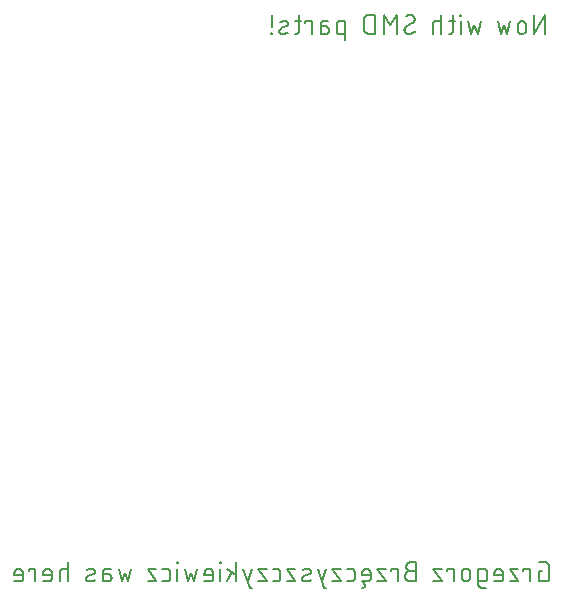
<source format=gbr>
G04 EAGLE Gerber RS-274X export*
G75*
%MOMM*%
%FSLAX34Y34*%
%LPD*%
%INSilkscreen Bottom*%
%IPPOS*%
%AMOC8*
5,1,8,0,0,1.08239X$1,22.5*%
G01*
%ADD10C,0.152400*%


D10*
X909856Y329833D02*
X907147Y329833D01*
X907147Y320802D01*
X912566Y320802D01*
X912684Y320804D01*
X912802Y320810D01*
X912920Y320819D01*
X913037Y320833D01*
X913154Y320850D01*
X913271Y320871D01*
X913386Y320896D01*
X913501Y320925D01*
X913615Y320958D01*
X913727Y320994D01*
X913838Y321034D01*
X913948Y321077D01*
X914057Y321124D01*
X914164Y321174D01*
X914269Y321229D01*
X914372Y321286D01*
X914473Y321347D01*
X914573Y321411D01*
X914670Y321478D01*
X914765Y321548D01*
X914857Y321622D01*
X914948Y321698D01*
X915035Y321778D01*
X915120Y321860D01*
X915202Y321945D01*
X915282Y322032D01*
X915358Y322123D01*
X915432Y322215D01*
X915502Y322310D01*
X915569Y322407D01*
X915633Y322507D01*
X915694Y322608D01*
X915751Y322711D01*
X915806Y322816D01*
X915856Y322923D01*
X915903Y323032D01*
X915946Y323142D01*
X915986Y323253D01*
X916022Y323365D01*
X916055Y323479D01*
X916084Y323594D01*
X916109Y323709D01*
X916130Y323826D01*
X916147Y323943D01*
X916161Y324060D01*
X916170Y324178D01*
X916176Y324296D01*
X916178Y324414D01*
X916178Y333446D01*
X916176Y333564D01*
X916170Y333682D01*
X916161Y333800D01*
X916147Y333917D01*
X916130Y334034D01*
X916109Y334151D01*
X916084Y334266D01*
X916055Y334381D01*
X916022Y334495D01*
X915986Y334607D01*
X915946Y334718D01*
X915903Y334828D01*
X915856Y334937D01*
X915806Y335044D01*
X915751Y335149D01*
X915694Y335252D01*
X915633Y335353D01*
X915569Y335453D01*
X915502Y335550D01*
X915432Y335645D01*
X915358Y335737D01*
X915282Y335828D01*
X915202Y335915D01*
X915120Y336000D01*
X915035Y336082D01*
X914948Y336162D01*
X914857Y336238D01*
X914765Y336312D01*
X914670Y336382D01*
X914573Y336449D01*
X914473Y336513D01*
X914372Y336574D01*
X914269Y336631D01*
X914164Y336686D01*
X914057Y336736D01*
X913948Y336783D01*
X913838Y336826D01*
X913727Y336866D01*
X913615Y336902D01*
X913501Y336935D01*
X913386Y336964D01*
X913271Y336989D01*
X913154Y337010D01*
X913037Y337027D01*
X912920Y337041D01*
X912802Y337050D01*
X912684Y337056D01*
X912566Y337058D01*
X907147Y337058D01*
X899559Y331639D02*
X899559Y320802D01*
X899559Y331639D02*
X894140Y331639D01*
X894140Y329833D01*
X889744Y331639D02*
X882519Y331639D01*
X889744Y320802D01*
X882519Y320802D01*
X874009Y320802D02*
X869493Y320802D01*
X874009Y320802D02*
X874110Y320804D01*
X874211Y320810D01*
X874312Y320819D01*
X874413Y320832D01*
X874513Y320849D01*
X874612Y320870D01*
X874710Y320894D01*
X874807Y320922D01*
X874904Y320954D01*
X874999Y320989D01*
X875092Y321028D01*
X875184Y321070D01*
X875275Y321116D01*
X875364Y321165D01*
X875450Y321217D01*
X875535Y321273D01*
X875618Y321331D01*
X875698Y321393D01*
X875776Y321458D01*
X875852Y321525D01*
X875925Y321595D01*
X875995Y321668D01*
X876062Y321744D01*
X876127Y321822D01*
X876189Y321902D01*
X876247Y321985D01*
X876303Y322070D01*
X876355Y322157D01*
X876404Y322245D01*
X876450Y322336D01*
X876492Y322428D01*
X876531Y322521D01*
X876566Y322616D01*
X876598Y322713D01*
X876626Y322810D01*
X876650Y322908D01*
X876671Y323007D01*
X876688Y323107D01*
X876701Y323208D01*
X876710Y323309D01*
X876716Y323410D01*
X876718Y323511D01*
X876718Y328027D01*
X876717Y328027D02*
X876715Y328146D01*
X876709Y328266D01*
X876699Y328385D01*
X876685Y328503D01*
X876668Y328622D01*
X876646Y328739D01*
X876621Y328856D01*
X876591Y328971D01*
X876558Y329086D01*
X876521Y329200D01*
X876481Y329312D01*
X876436Y329423D01*
X876388Y329532D01*
X876337Y329640D01*
X876282Y329746D01*
X876223Y329850D01*
X876161Y329952D01*
X876096Y330052D01*
X876027Y330150D01*
X875955Y330246D01*
X875880Y330339D01*
X875803Y330429D01*
X875722Y330517D01*
X875638Y330602D01*
X875551Y330684D01*
X875462Y330764D01*
X875370Y330840D01*
X875276Y330914D01*
X875179Y330984D01*
X875081Y331051D01*
X874980Y331115D01*
X874876Y331175D01*
X874771Y331232D01*
X874664Y331285D01*
X874556Y331335D01*
X874446Y331381D01*
X874334Y331423D01*
X874221Y331462D01*
X874107Y331497D01*
X873992Y331528D01*
X873875Y331556D01*
X873758Y331579D01*
X873641Y331599D01*
X873522Y331615D01*
X873403Y331627D01*
X873284Y331635D01*
X873165Y331639D01*
X873045Y331639D01*
X872926Y331635D01*
X872807Y331627D01*
X872688Y331615D01*
X872569Y331599D01*
X872452Y331579D01*
X872335Y331556D01*
X872218Y331528D01*
X872103Y331497D01*
X871989Y331462D01*
X871876Y331423D01*
X871764Y331381D01*
X871654Y331335D01*
X871546Y331285D01*
X871439Y331232D01*
X871334Y331175D01*
X871230Y331115D01*
X871129Y331051D01*
X871031Y330984D01*
X870934Y330914D01*
X870840Y330840D01*
X870748Y330764D01*
X870659Y330684D01*
X870572Y330602D01*
X870488Y330517D01*
X870407Y330429D01*
X870330Y330339D01*
X870255Y330246D01*
X870183Y330150D01*
X870114Y330052D01*
X870049Y329952D01*
X869987Y329850D01*
X869928Y329746D01*
X869873Y329640D01*
X869822Y329532D01*
X869774Y329423D01*
X869729Y329312D01*
X869689Y329200D01*
X869652Y329086D01*
X869619Y328971D01*
X869589Y328856D01*
X869564Y328739D01*
X869542Y328622D01*
X869525Y328503D01*
X869511Y328385D01*
X869501Y328266D01*
X869495Y328146D01*
X869493Y328027D01*
X869493Y326221D01*
X876718Y326221D01*
X860535Y320802D02*
X856019Y320802D01*
X860535Y320802D02*
X860636Y320804D01*
X860737Y320810D01*
X860838Y320819D01*
X860939Y320832D01*
X861039Y320849D01*
X861138Y320870D01*
X861236Y320894D01*
X861333Y320922D01*
X861430Y320954D01*
X861525Y320989D01*
X861618Y321028D01*
X861710Y321070D01*
X861801Y321116D01*
X861890Y321165D01*
X861976Y321217D01*
X862061Y321273D01*
X862144Y321331D01*
X862224Y321393D01*
X862302Y321458D01*
X862378Y321525D01*
X862451Y321595D01*
X862521Y321668D01*
X862588Y321744D01*
X862653Y321822D01*
X862715Y321902D01*
X862773Y321985D01*
X862829Y322070D01*
X862881Y322157D01*
X862930Y322245D01*
X862976Y322336D01*
X863018Y322428D01*
X863057Y322521D01*
X863092Y322616D01*
X863124Y322713D01*
X863152Y322810D01*
X863176Y322908D01*
X863197Y323007D01*
X863214Y323107D01*
X863227Y323208D01*
X863236Y323309D01*
X863242Y323410D01*
X863244Y323511D01*
X863244Y328930D01*
X863242Y329031D01*
X863236Y329132D01*
X863227Y329233D01*
X863214Y329334D01*
X863197Y329434D01*
X863176Y329533D01*
X863152Y329631D01*
X863124Y329728D01*
X863092Y329825D01*
X863057Y329920D01*
X863018Y330013D01*
X862976Y330105D01*
X862930Y330196D01*
X862881Y330285D01*
X862829Y330371D01*
X862773Y330456D01*
X862715Y330539D01*
X862653Y330619D01*
X862588Y330697D01*
X862521Y330773D01*
X862451Y330846D01*
X862378Y330916D01*
X862302Y330983D01*
X862224Y331048D01*
X862144Y331110D01*
X862061Y331168D01*
X861976Y331224D01*
X861890Y331276D01*
X861801Y331325D01*
X861710Y331371D01*
X861618Y331413D01*
X861525Y331452D01*
X861430Y331487D01*
X861333Y331519D01*
X861236Y331547D01*
X861138Y331571D01*
X861039Y331592D01*
X860939Y331609D01*
X860838Y331622D01*
X860737Y331631D01*
X860636Y331637D01*
X860535Y331639D01*
X856019Y331639D01*
X856019Y318093D01*
X856020Y318093D02*
X856022Y317992D01*
X856028Y317891D01*
X856037Y317790D01*
X856050Y317689D01*
X856067Y317589D01*
X856088Y317490D01*
X856112Y317392D01*
X856140Y317295D01*
X856172Y317198D01*
X856207Y317103D01*
X856246Y317010D01*
X856288Y316918D01*
X856334Y316827D01*
X856383Y316739D01*
X856435Y316652D01*
X856491Y316567D01*
X856549Y316484D01*
X856611Y316404D01*
X856676Y316326D01*
X856743Y316250D01*
X856813Y316177D01*
X856886Y316107D01*
X856962Y316040D01*
X857040Y315975D01*
X857120Y315913D01*
X857203Y315855D01*
X857288Y315799D01*
X857375Y315747D01*
X857463Y315698D01*
X857554Y315652D01*
X857646Y315610D01*
X857739Y315571D01*
X857834Y315536D01*
X857931Y315504D01*
X858028Y315476D01*
X858126Y315452D01*
X858225Y315431D01*
X858325Y315414D01*
X858426Y315401D01*
X858527Y315392D01*
X858628Y315386D01*
X858729Y315384D01*
X858729Y315383D02*
X862341Y315383D01*
X849103Y324414D02*
X849103Y328027D01*
X849102Y328027D02*
X849100Y328146D01*
X849094Y328266D01*
X849084Y328385D01*
X849070Y328503D01*
X849053Y328622D01*
X849031Y328739D01*
X849006Y328856D01*
X848976Y328971D01*
X848943Y329086D01*
X848906Y329200D01*
X848866Y329312D01*
X848821Y329423D01*
X848773Y329532D01*
X848722Y329640D01*
X848667Y329746D01*
X848608Y329850D01*
X848546Y329952D01*
X848481Y330052D01*
X848412Y330150D01*
X848340Y330246D01*
X848265Y330339D01*
X848188Y330429D01*
X848107Y330517D01*
X848023Y330602D01*
X847936Y330684D01*
X847847Y330764D01*
X847755Y330840D01*
X847661Y330914D01*
X847564Y330984D01*
X847466Y331051D01*
X847365Y331115D01*
X847261Y331175D01*
X847156Y331232D01*
X847049Y331285D01*
X846941Y331335D01*
X846831Y331381D01*
X846719Y331423D01*
X846606Y331462D01*
X846492Y331497D01*
X846377Y331528D01*
X846260Y331556D01*
X846143Y331579D01*
X846026Y331599D01*
X845907Y331615D01*
X845788Y331627D01*
X845669Y331635D01*
X845550Y331639D01*
X845430Y331639D01*
X845311Y331635D01*
X845192Y331627D01*
X845073Y331615D01*
X844954Y331599D01*
X844837Y331579D01*
X844720Y331556D01*
X844603Y331528D01*
X844488Y331497D01*
X844374Y331462D01*
X844261Y331423D01*
X844149Y331381D01*
X844039Y331335D01*
X843931Y331285D01*
X843824Y331232D01*
X843719Y331175D01*
X843615Y331115D01*
X843514Y331051D01*
X843416Y330984D01*
X843319Y330914D01*
X843225Y330840D01*
X843133Y330764D01*
X843044Y330684D01*
X842957Y330602D01*
X842873Y330517D01*
X842792Y330429D01*
X842715Y330339D01*
X842640Y330246D01*
X842568Y330150D01*
X842499Y330052D01*
X842434Y329952D01*
X842372Y329850D01*
X842313Y329746D01*
X842258Y329640D01*
X842207Y329532D01*
X842159Y329423D01*
X842114Y329312D01*
X842074Y329200D01*
X842037Y329086D01*
X842004Y328971D01*
X841974Y328856D01*
X841949Y328739D01*
X841927Y328622D01*
X841910Y328503D01*
X841896Y328385D01*
X841886Y328266D01*
X841880Y328146D01*
X841878Y328027D01*
X841878Y324414D01*
X841880Y324295D01*
X841886Y324175D01*
X841896Y324056D01*
X841910Y323938D01*
X841927Y323819D01*
X841949Y323702D01*
X841974Y323585D01*
X842004Y323470D01*
X842037Y323355D01*
X842074Y323241D01*
X842114Y323129D01*
X842159Y323018D01*
X842207Y322909D01*
X842258Y322801D01*
X842313Y322695D01*
X842372Y322591D01*
X842434Y322489D01*
X842499Y322389D01*
X842568Y322291D01*
X842640Y322195D01*
X842715Y322102D01*
X842792Y322012D01*
X842873Y321924D01*
X842957Y321839D01*
X843044Y321757D01*
X843133Y321677D01*
X843225Y321601D01*
X843319Y321527D01*
X843416Y321457D01*
X843514Y321390D01*
X843615Y321326D01*
X843719Y321266D01*
X843824Y321209D01*
X843931Y321156D01*
X844039Y321106D01*
X844149Y321060D01*
X844261Y321018D01*
X844374Y320979D01*
X844488Y320944D01*
X844603Y320913D01*
X844720Y320885D01*
X844837Y320862D01*
X844954Y320842D01*
X845073Y320826D01*
X845192Y320814D01*
X845311Y320806D01*
X845430Y320802D01*
X845550Y320802D01*
X845669Y320806D01*
X845788Y320814D01*
X845907Y320826D01*
X846026Y320842D01*
X846143Y320862D01*
X846260Y320885D01*
X846377Y320913D01*
X846492Y320944D01*
X846606Y320979D01*
X846719Y321018D01*
X846831Y321060D01*
X846941Y321106D01*
X847049Y321156D01*
X847156Y321209D01*
X847261Y321266D01*
X847365Y321326D01*
X847466Y321390D01*
X847564Y321457D01*
X847661Y321527D01*
X847755Y321601D01*
X847847Y321677D01*
X847936Y321757D01*
X848023Y321839D01*
X848107Y321924D01*
X848188Y322012D01*
X848265Y322102D01*
X848340Y322195D01*
X848412Y322291D01*
X848481Y322389D01*
X848546Y322489D01*
X848608Y322591D01*
X848667Y322695D01*
X848722Y322801D01*
X848773Y322909D01*
X848821Y323018D01*
X848866Y323129D01*
X848906Y323241D01*
X848943Y323355D01*
X848976Y323470D01*
X849006Y323585D01*
X849031Y323702D01*
X849053Y323819D01*
X849070Y323938D01*
X849084Y324056D01*
X849094Y324175D01*
X849100Y324295D01*
X849102Y324414D01*
X834950Y320802D02*
X834950Y331639D01*
X829531Y331639D01*
X829531Y329833D01*
X825135Y331639D02*
X817910Y331639D01*
X825135Y320802D01*
X817910Y320802D01*
X802901Y329833D02*
X798386Y329833D01*
X798386Y329834D02*
X798253Y329832D01*
X798121Y329826D01*
X797989Y329816D01*
X797857Y329803D01*
X797725Y329785D01*
X797595Y329764D01*
X797464Y329739D01*
X797335Y329710D01*
X797207Y329677D01*
X797079Y329641D01*
X796953Y329601D01*
X796828Y329557D01*
X796704Y329509D01*
X796582Y329458D01*
X796461Y329403D01*
X796342Y329345D01*
X796224Y329283D01*
X796109Y329218D01*
X795995Y329149D01*
X795884Y329078D01*
X795775Y329002D01*
X795668Y328924D01*
X795563Y328843D01*
X795461Y328758D01*
X795361Y328671D01*
X795264Y328581D01*
X795169Y328488D01*
X795078Y328392D01*
X794989Y328294D01*
X794903Y328193D01*
X794820Y328089D01*
X794740Y327983D01*
X794664Y327875D01*
X794590Y327765D01*
X794520Y327652D01*
X794453Y327538D01*
X794390Y327421D01*
X794330Y327303D01*
X794273Y327183D01*
X794220Y327061D01*
X794171Y326938D01*
X794125Y326814D01*
X794083Y326688D01*
X794045Y326561D01*
X794010Y326433D01*
X793979Y326304D01*
X793952Y326175D01*
X793929Y326044D01*
X793909Y325913D01*
X793894Y325781D01*
X793882Y325649D01*
X793874Y325517D01*
X793870Y325384D01*
X793870Y325252D01*
X793874Y325119D01*
X793882Y324987D01*
X793894Y324855D01*
X793909Y324723D01*
X793929Y324592D01*
X793952Y324461D01*
X793979Y324332D01*
X794010Y324203D01*
X794045Y324075D01*
X794083Y323948D01*
X794125Y323822D01*
X794171Y323698D01*
X794220Y323575D01*
X794273Y323453D01*
X794330Y323333D01*
X794390Y323215D01*
X794453Y323098D01*
X794520Y322984D01*
X794590Y322871D01*
X794664Y322761D01*
X794740Y322653D01*
X794820Y322547D01*
X794903Y322443D01*
X794989Y322342D01*
X795078Y322244D01*
X795169Y322148D01*
X795264Y322055D01*
X795361Y321965D01*
X795461Y321878D01*
X795563Y321793D01*
X795668Y321712D01*
X795775Y321634D01*
X795884Y321558D01*
X795995Y321487D01*
X796109Y321418D01*
X796224Y321353D01*
X796342Y321291D01*
X796461Y321233D01*
X796582Y321178D01*
X796704Y321127D01*
X796828Y321079D01*
X796953Y321035D01*
X797079Y320995D01*
X797207Y320959D01*
X797335Y320926D01*
X797464Y320897D01*
X797595Y320872D01*
X797725Y320851D01*
X797857Y320833D01*
X797989Y320820D01*
X798121Y320810D01*
X798253Y320804D01*
X798386Y320802D01*
X802901Y320802D01*
X802901Y337058D01*
X798386Y337058D01*
X798267Y337056D01*
X798147Y337050D01*
X798028Y337040D01*
X797910Y337026D01*
X797791Y337009D01*
X797674Y336987D01*
X797557Y336962D01*
X797442Y336932D01*
X797327Y336899D01*
X797213Y336862D01*
X797101Y336822D01*
X796990Y336777D01*
X796881Y336729D01*
X796773Y336678D01*
X796667Y336623D01*
X796563Y336564D01*
X796461Y336502D01*
X796361Y336437D01*
X796263Y336368D01*
X796167Y336296D01*
X796074Y336221D01*
X795984Y336144D01*
X795896Y336063D01*
X795811Y335979D01*
X795729Y335892D01*
X795649Y335803D01*
X795573Y335711D01*
X795499Y335617D01*
X795429Y335520D01*
X795362Y335422D01*
X795298Y335321D01*
X795238Y335217D01*
X795181Y335112D01*
X795128Y335005D01*
X795078Y334897D01*
X795032Y334787D01*
X794990Y334675D01*
X794951Y334562D01*
X794916Y334448D01*
X794885Y334333D01*
X794857Y334216D01*
X794834Y334099D01*
X794814Y333982D01*
X794798Y333863D01*
X794786Y333744D01*
X794778Y333625D01*
X794774Y333506D01*
X794774Y333386D01*
X794778Y333267D01*
X794786Y333148D01*
X794798Y333029D01*
X794814Y332910D01*
X794834Y332793D01*
X794857Y332676D01*
X794885Y332559D01*
X794916Y332444D01*
X794951Y332330D01*
X794990Y332217D01*
X795032Y332105D01*
X795078Y331995D01*
X795128Y331887D01*
X795181Y331780D01*
X795238Y331675D01*
X795298Y331571D01*
X795362Y331470D01*
X795429Y331372D01*
X795499Y331275D01*
X795573Y331181D01*
X795649Y331089D01*
X795729Y331000D01*
X795811Y330913D01*
X795896Y330829D01*
X795984Y330748D01*
X796074Y330671D01*
X796167Y330596D01*
X796263Y330524D01*
X796361Y330455D01*
X796461Y330390D01*
X796563Y330328D01*
X796667Y330269D01*
X796773Y330214D01*
X796881Y330163D01*
X796990Y330115D01*
X797101Y330070D01*
X797213Y330030D01*
X797327Y329993D01*
X797442Y329960D01*
X797557Y329930D01*
X797674Y329905D01*
X797791Y329883D01*
X797910Y329866D01*
X798028Y329852D01*
X798147Y329842D01*
X798267Y329836D01*
X798386Y329834D01*
X787535Y331639D02*
X787535Y320802D01*
X787535Y331639D02*
X782116Y331639D01*
X782116Y329833D01*
X777720Y331639D02*
X770495Y331639D01*
X777720Y320802D01*
X770495Y320802D01*
X757921Y315383D02*
X757469Y315383D01*
X757921Y315384D02*
X758010Y315386D01*
X758099Y315392D01*
X758188Y315401D01*
X758276Y315415D01*
X758363Y315432D01*
X758450Y315453D01*
X758536Y315478D01*
X758620Y315506D01*
X758703Y315538D01*
X758785Y315574D01*
X758865Y315613D01*
X758944Y315656D01*
X759020Y315702D01*
X759094Y315751D01*
X759167Y315803D01*
X759236Y315859D01*
X759304Y315917D01*
X759369Y315978D01*
X759431Y316042D01*
X759490Y316109D01*
X759546Y316178D01*
X759599Y316250D01*
X759650Y316323D01*
X759696Y316399D01*
X759740Y316477D01*
X759780Y316557D01*
X759817Y316638D01*
X759850Y316721D01*
X759879Y316805D01*
X759905Y316890D01*
X759927Y316977D01*
X759946Y317064D01*
X759960Y317152D01*
X759971Y317240D01*
X759978Y317329D01*
X759981Y317418D01*
X759980Y317507D01*
X759975Y317597D01*
X759967Y317685D01*
X759954Y317774D01*
X759938Y317861D01*
X759918Y317948D01*
X759895Y318034D01*
X759867Y318119D01*
X759836Y318203D01*
X759802Y318285D01*
X759763Y318365D01*
X759722Y318444D01*
X759677Y318521D01*
X759629Y318596D01*
X759577Y318669D01*
X759523Y318739D01*
X759465Y318808D01*
X759405Y318873D01*
X759341Y318936D01*
X759276Y318996D01*
X757469Y320802D01*
X761985Y320802D01*
X762086Y320804D01*
X762187Y320810D01*
X762288Y320819D01*
X762389Y320832D01*
X762489Y320849D01*
X762588Y320870D01*
X762686Y320894D01*
X762783Y320922D01*
X762880Y320954D01*
X762975Y320989D01*
X763068Y321028D01*
X763160Y321070D01*
X763251Y321116D01*
X763340Y321165D01*
X763426Y321217D01*
X763511Y321273D01*
X763594Y321331D01*
X763674Y321393D01*
X763752Y321458D01*
X763828Y321525D01*
X763901Y321595D01*
X763971Y321668D01*
X764038Y321744D01*
X764103Y321822D01*
X764165Y321902D01*
X764223Y321985D01*
X764279Y322070D01*
X764331Y322157D01*
X764380Y322245D01*
X764426Y322336D01*
X764468Y322428D01*
X764507Y322521D01*
X764542Y322616D01*
X764574Y322713D01*
X764602Y322810D01*
X764626Y322908D01*
X764647Y323007D01*
X764664Y323107D01*
X764677Y323208D01*
X764686Y323309D01*
X764692Y323410D01*
X764694Y323511D01*
X764694Y328027D01*
X764692Y328146D01*
X764686Y328266D01*
X764676Y328385D01*
X764662Y328503D01*
X764645Y328622D01*
X764623Y328739D01*
X764598Y328856D01*
X764568Y328971D01*
X764535Y329086D01*
X764498Y329200D01*
X764458Y329312D01*
X764413Y329423D01*
X764365Y329532D01*
X764314Y329640D01*
X764259Y329746D01*
X764200Y329850D01*
X764138Y329952D01*
X764073Y330052D01*
X764004Y330150D01*
X763932Y330246D01*
X763857Y330339D01*
X763780Y330429D01*
X763699Y330517D01*
X763615Y330602D01*
X763528Y330684D01*
X763439Y330764D01*
X763347Y330840D01*
X763253Y330914D01*
X763156Y330984D01*
X763058Y331051D01*
X762957Y331115D01*
X762853Y331175D01*
X762748Y331232D01*
X762641Y331285D01*
X762533Y331335D01*
X762423Y331381D01*
X762311Y331423D01*
X762198Y331462D01*
X762084Y331497D01*
X761969Y331528D01*
X761852Y331556D01*
X761735Y331579D01*
X761618Y331599D01*
X761499Y331615D01*
X761380Y331627D01*
X761261Y331635D01*
X761142Y331639D01*
X761022Y331639D01*
X760903Y331635D01*
X760784Y331627D01*
X760665Y331615D01*
X760546Y331599D01*
X760429Y331579D01*
X760312Y331556D01*
X760195Y331528D01*
X760080Y331497D01*
X759966Y331462D01*
X759853Y331423D01*
X759741Y331381D01*
X759631Y331335D01*
X759523Y331285D01*
X759416Y331232D01*
X759311Y331175D01*
X759207Y331115D01*
X759106Y331051D01*
X759008Y330984D01*
X758911Y330914D01*
X758817Y330840D01*
X758725Y330764D01*
X758636Y330684D01*
X758549Y330602D01*
X758465Y330517D01*
X758384Y330429D01*
X758307Y330339D01*
X758232Y330246D01*
X758160Y330150D01*
X758091Y330052D01*
X758026Y329952D01*
X757964Y329850D01*
X757905Y329746D01*
X757850Y329640D01*
X757799Y329532D01*
X757751Y329423D01*
X757706Y329312D01*
X757666Y329200D01*
X757629Y329086D01*
X757596Y328971D01*
X757566Y328856D01*
X757541Y328739D01*
X757519Y328622D01*
X757502Y328503D01*
X757488Y328385D01*
X757478Y328266D01*
X757472Y328146D01*
X757470Y328027D01*
X757469Y328027D02*
X757469Y326221D01*
X764694Y326221D01*
X748420Y320802D02*
X744808Y320802D01*
X748420Y320802D02*
X748521Y320804D01*
X748622Y320810D01*
X748723Y320819D01*
X748824Y320832D01*
X748924Y320849D01*
X749023Y320870D01*
X749121Y320894D01*
X749218Y320922D01*
X749315Y320954D01*
X749410Y320989D01*
X749503Y321028D01*
X749595Y321070D01*
X749686Y321116D01*
X749775Y321165D01*
X749861Y321217D01*
X749946Y321273D01*
X750029Y321331D01*
X750109Y321393D01*
X750187Y321458D01*
X750263Y321525D01*
X750336Y321595D01*
X750406Y321668D01*
X750473Y321744D01*
X750538Y321822D01*
X750600Y321902D01*
X750658Y321985D01*
X750714Y322070D01*
X750766Y322157D01*
X750815Y322245D01*
X750861Y322336D01*
X750903Y322428D01*
X750942Y322521D01*
X750977Y322616D01*
X751009Y322713D01*
X751037Y322810D01*
X751061Y322908D01*
X751082Y323007D01*
X751099Y323107D01*
X751112Y323208D01*
X751121Y323309D01*
X751127Y323410D01*
X751129Y323511D01*
X751130Y323511D02*
X751130Y328930D01*
X751129Y328930D02*
X751127Y329031D01*
X751121Y329132D01*
X751112Y329233D01*
X751099Y329334D01*
X751082Y329434D01*
X751061Y329533D01*
X751037Y329631D01*
X751009Y329728D01*
X750977Y329825D01*
X750942Y329920D01*
X750903Y330013D01*
X750861Y330105D01*
X750815Y330196D01*
X750766Y330285D01*
X750714Y330371D01*
X750658Y330456D01*
X750600Y330539D01*
X750538Y330619D01*
X750473Y330697D01*
X750406Y330773D01*
X750336Y330846D01*
X750263Y330916D01*
X750187Y330983D01*
X750109Y331048D01*
X750029Y331110D01*
X749946Y331168D01*
X749861Y331224D01*
X749775Y331276D01*
X749686Y331325D01*
X749595Y331371D01*
X749503Y331413D01*
X749410Y331452D01*
X749315Y331487D01*
X749218Y331519D01*
X749121Y331547D01*
X749023Y331571D01*
X748924Y331592D01*
X748824Y331609D01*
X748723Y331622D01*
X748622Y331631D01*
X748521Y331637D01*
X748420Y331639D01*
X744808Y331639D01*
X739684Y331639D02*
X732459Y331639D01*
X739684Y320802D01*
X732459Y320802D01*
X727179Y315383D02*
X725373Y315383D01*
X719954Y331639D01*
X727179Y331639D02*
X723567Y320802D01*
X712799Y327124D02*
X708283Y325318D01*
X712799Y327124D02*
X712887Y327161D01*
X712973Y327202D01*
X713058Y327246D01*
X713141Y327294D01*
X713221Y327345D01*
X713300Y327399D01*
X713376Y327457D01*
X713450Y327517D01*
X713522Y327581D01*
X713590Y327647D01*
X713656Y327717D01*
X713719Y327788D01*
X713780Y327863D01*
X713837Y327939D01*
X713890Y328018D01*
X713941Y328099D01*
X713988Y328182D01*
X714032Y328267D01*
X714072Y328354D01*
X714109Y328442D01*
X714142Y328532D01*
X714172Y328623D01*
X714197Y328715D01*
X714219Y328808D01*
X714237Y328902D01*
X714252Y328996D01*
X714262Y329091D01*
X714268Y329187D01*
X714271Y329282D01*
X714270Y329378D01*
X714264Y329473D01*
X714255Y329569D01*
X714242Y329663D01*
X714226Y329757D01*
X714205Y329851D01*
X714180Y329943D01*
X714152Y330034D01*
X714120Y330124D01*
X714085Y330213D01*
X714046Y330300D01*
X714003Y330386D01*
X713957Y330470D01*
X713907Y330551D01*
X713855Y330631D01*
X713799Y330709D01*
X713739Y330784D01*
X713677Y330856D01*
X713612Y330926D01*
X713544Y330994D01*
X713474Y331058D01*
X713401Y331120D01*
X713325Y331178D01*
X713247Y331234D01*
X713167Y331286D01*
X713085Y331335D01*
X713001Y331380D01*
X712915Y331422D01*
X712828Y331461D01*
X712739Y331496D01*
X712648Y331527D01*
X712557Y331554D01*
X712464Y331578D01*
X712371Y331598D01*
X712277Y331614D01*
X712182Y331626D01*
X712087Y331635D01*
X711991Y331639D01*
X711896Y331640D01*
X711649Y331633D01*
X711403Y331621D01*
X711157Y331603D01*
X710911Y331578D01*
X710667Y331548D01*
X710423Y331512D01*
X710180Y331471D01*
X709938Y331423D01*
X709697Y331369D01*
X709458Y331310D01*
X709220Y331245D01*
X708984Y331174D01*
X708749Y331098D01*
X708516Y331016D01*
X708286Y330928D01*
X708058Y330835D01*
X707831Y330737D01*
X708283Y325317D02*
X708195Y325280D01*
X708109Y325239D01*
X708024Y325195D01*
X707941Y325147D01*
X707861Y325096D01*
X707782Y325042D01*
X707706Y324984D01*
X707632Y324924D01*
X707560Y324860D01*
X707492Y324794D01*
X707426Y324724D01*
X707363Y324653D01*
X707302Y324578D01*
X707245Y324502D01*
X707192Y324423D01*
X707141Y324342D01*
X707094Y324259D01*
X707050Y324174D01*
X707010Y324087D01*
X706973Y323999D01*
X706940Y323909D01*
X706910Y323818D01*
X706885Y323726D01*
X706863Y323633D01*
X706845Y323539D01*
X706830Y323445D01*
X706820Y323350D01*
X706814Y323254D01*
X706811Y323159D01*
X706812Y323063D01*
X706818Y322968D01*
X706827Y322872D01*
X706840Y322778D01*
X706856Y322684D01*
X706877Y322590D01*
X706902Y322498D01*
X706930Y322407D01*
X706962Y322317D01*
X706997Y322228D01*
X707036Y322141D01*
X707079Y322055D01*
X707125Y321971D01*
X707175Y321890D01*
X707227Y321810D01*
X707283Y321732D01*
X707343Y321657D01*
X707405Y321585D01*
X707470Y321515D01*
X707538Y321447D01*
X707608Y321383D01*
X707681Y321321D01*
X707757Y321263D01*
X707835Y321207D01*
X707915Y321155D01*
X707997Y321106D01*
X708081Y321061D01*
X708167Y321019D01*
X708254Y320980D01*
X708343Y320945D01*
X708434Y320914D01*
X708525Y320887D01*
X708618Y320863D01*
X708711Y320843D01*
X708805Y320827D01*
X708900Y320815D01*
X708995Y320806D01*
X709091Y320802D01*
X709186Y320801D01*
X709187Y320802D02*
X709549Y320811D01*
X709911Y320829D01*
X710272Y320856D01*
X710632Y320891D01*
X710992Y320934D01*
X711351Y320986D01*
X711708Y321047D01*
X712063Y321116D01*
X712417Y321193D01*
X712769Y321279D01*
X713119Y321373D01*
X713467Y321476D01*
X713812Y321586D01*
X714154Y321705D01*
X701127Y331639D02*
X693902Y331639D01*
X701127Y320802D01*
X693902Y320802D01*
X685374Y320802D02*
X681762Y320802D01*
X685374Y320802D02*
X685475Y320804D01*
X685576Y320810D01*
X685677Y320819D01*
X685778Y320832D01*
X685878Y320849D01*
X685977Y320870D01*
X686075Y320894D01*
X686172Y320922D01*
X686269Y320954D01*
X686364Y320989D01*
X686457Y321028D01*
X686549Y321070D01*
X686640Y321116D01*
X686729Y321165D01*
X686815Y321217D01*
X686900Y321273D01*
X686983Y321331D01*
X687063Y321393D01*
X687141Y321458D01*
X687217Y321525D01*
X687290Y321595D01*
X687360Y321668D01*
X687427Y321744D01*
X687492Y321822D01*
X687554Y321902D01*
X687612Y321985D01*
X687668Y322070D01*
X687720Y322157D01*
X687769Y322245D01*
X687815Y322336D01*
X687857Y322428D01*
X687896Y322521D01*
X687931Y322616D01*
X687963Y322713D01*
X687991Y322810D01*
X688015Y322908D01*
X688036Y323007D01*
X688053Y323107D01*
X688066Y323208D01*
X688075Y323309D01*
X688081Y323410D01*
X688083Y323511D01*
X688084Y323511D02*
X688084Y328930D01*
X688083Y328930D02*
X688081Y329031D01*
X688075Y329132D01*
X688066Y329233D01*
X688053Y329334D01*
X688036Y329434D01*
X688015Y329533D01*
X687991Y329631D01*
X687963Y329728D01*
X687931Y329825D01*
X687896Y329920D01*
X687857Y330013D01*
X687815Y330105D01*
X687769Y330196D01*
X687720Y330285D01*
X687668Y330371D01*
X687612Y330456D01*
X687554Y330539D01*
X687492Y330619D01*
X687427Y330697D01*
X687360Y330773D01*
X687290Y330846D01*
X687217Y330916D01*
X687141Y330983D01*
X687063Y331048D01*
X686983Y331110D01*
X686900Y331168D01*
X686815Y331224D01*
X686729Y331276D01*
X686640Y331325D01*
X686549Y331371D01*
X686457Y331413D01*
X686364Y331452D01*
X686269Y331487D01*
X686172Y331519D01*
X686075Y331547D01*
X685977Y331571D01*
X685878Y331592D01*
X685778Y331609D01*
X685677Y331622D01*
X685576Y331631D01*
X685475Y331637D01*
X685374Y331639D01*
X681762Y331639D01*
X676638Y331639D02*
X669414Y331639D01*
X676638Y320802D01*
X669414Y320802D01*
X664134Y315383D02*
X662327Y315383D01*
X656909Y331639D01*
X664134Y331639D02*
X660521Y320802D01*
X650418Y320802D02*
X650418Y337058D01*
X643193Y331639D02*
X650418Y326221D01*
X647257Y328478D02*
X643193Y320802D01*
X637595Y320802D02*
X637595Y331639D01*
X638047Y336155D02*
X638047Y337058D01*
X637144Y337058D01*
X637144Y336155D01*
X638047Y336155D01*
X628599Y320802D02*
X624083Y320802D01*
X628599Y320802D02*
X628700Y320804D01*
X628801Y320810D01*
X628902Y320819D01*
X629003Y320832D01*
X629103Y320849D01*
X629202Y320870D01*
X629300Y320894D01*
X629397Y320922D01*
X629494Y320954D01*
X629589Y320989D01*
X629682Y321028D01*
X629774Y321070D01*
X629865Y321116D01*
X629954Y321165D01*
X630040Y321217D01*
X630125Y321273D01*
X630208Y321331D01*
X630288Y321393D01*
X630366Y321458D01*
X630442Y321525D01*
X630515Y321595D01*
X630585Y321668D01*
X630652Y321744D01*
X630717Y321822D01*
X630779Y321902D01*
X630837Y321985D01*
X630893Y322070D01*
X630945Y322157D01*
X630994Y322245D01*
X631040Y322336D01*
X631082Y322428D01*
X631121Y322521D01*
X631156Y322616D01*
X631188Y322713D01*
X631216Y322810D01*
X631240Y322908D01*
X631261Y323007D01*
X631278Y323107D01*
X631291Y323208D01*
X631300Y323309D01*
X631306Y323410D01*
X631308Y323511D01*
X631308Y328027D01*
X631306Y328146D01*
X631300Y328266D01*
X631290Y328385D01*
X631276Y328503D01*
X631259Y328622D01*
X631237Y328739D01*
X631212Y328856D01*
X631182Y328971D01*
X631149Y329086D01*
X631112Y329200D01*
X631072Y329312D01*
X631027Y329423D01*
X630979Y329532D01*
X630928Y329640D01*
X630873Y329746D01*
X630814Y329850D01*
X630752Y329952D01*
X630687Y330052D01*
X630618Y330150D01*
X630546Y330246D01*
X630471Y330339D01*
X630394Y330429D01*
X630313Y330517D01*
X630229Y330602D01*
X630142Y330684D01*
X630053Y330764D01*
X629961Y330840D01*
X629867Y330914D01*
X629770Y330984D01*
X629672Y331051D01*
X629571Y331115D01*
X629467Y331175D01*
X629362Y331232D01*
X629255Y331285D01*
X629147Y331335D01*
X629037Y331381D01*
X628925Y331423D01*
X628812Y331462D01*
X628698Y331497D01*
X628583Y331528D01*
X628466Y331556D01*
X628349Y331579D01*
X628232Y331599D01*
X628113Y331615D01*
X627994Y331627D01*
X627875Y331635D01*
X627756Y331639D01*
X627636Y331639D01*
X627517Y331635D01*
X627398Y331627D01*
X627279Y331615D01*
X627160Y331599D01*
X627043Y331579D01*
X626926Y331556D01*
X626809Y331528D01*
X626694Y331497D01*
X626580Y331462D01*
X626467Y331423D01*
X626355Y331381D01*
X626245Y331335D01*
X626137Y331285D01*
X626030Y331232D01*
X625925Y331175D01*
X625821Y331115D01*
X625720Y331051D01*
X625622Y330984D01*
X625525Y330914D01*
X625431Y330840D01*
X625339Y330764D01*
X625250Y330684D01*
X625163Y330602D01*
X625079Y330517D01*
X624998Y330429D01*
X624921Y330339D01*
X624846Y330246D01*
X624774Y330150D01*
X624705Y330052D01*
X624640Y329952D01*
X624578Y329850D01*
X624519Y329746D01*
X624464Y329640D01*
X624413Y329532D01*
X624365Y329423D01*
X624320Y329312D01*
X624280Y329200D01*
X624243Y329086D01*
X624210Y328971D01*
X624180Y328856D01*
X624155Y328739D01*
X624133Y328622D01*
X624116Y328503D01*
X624102Y328385D01*
X624092Y328266D01*
X624086Y328146D01*
X624084Y328027D01*
X624083Y328027D02*
X624083Y326221D01*
X631308Y326221D01*
X618004Y331639D02*
X615295Y320802D01*
X612585Y328027D01*
X609876Y320802D01*
X607167Y331639D01*
X601122Y331639D02*
X601122Y320802D01*
X601574Y336155D02*
X601574Y337058D01*
X600671Y337058D01*
X600671Y336155D01*
X601574Y336155D01*
X592108Y320802D02*
X588496Y320802D01*
X592108Y320802D02*
X592209Y320804D01*
X592310Y320810D01*
X592411Y320819D01*
X592512Y320832D01*
X592612Y320849D01*
X592711Y320870D01*
X592809Y320894D01*
X592906Y320922D01*
X593003Y320954D01*
X593098Y320989D01*
X593191Y321028D01*
X593283Y321070D01*
X593374Y321116D01*
X593463Y321165D01*
X593549Y321217D01*
X593634Y321273D01*
X593717Y321331D01*
X593797Y321393D01*
X593875Y321458D01*
X593951Y321525D01*
X594024Y321595D01*
X594094Y321668D01*
X594161Y321744D01*
X594226Y321822D01*
X594288Y321902D01*
X594346Y321985D01*
X594402Y322070D01*
X594454Y322157D01*
X594503Y322245D01*
X594549Y322336D01*
X594591Y322428D01*
X594630Y322521D01*
X594665Y322616D01*
X594697Y322713D01*
X594725Y322810D01*
X594749Y322908D01*
X594770Y323007D01*
X594787Y323107D01*
X594800Y323208D01*
X594809Y323309D01*
X594815Y323410D01*
X594817Y323511D01*
X594818Y323511D02*
X594818Y328930D01*
X594817Y328930D02*
X594815Y329031D01*
X594809Y329132D01*
X594800Y329233D01*
X594787Y329334D01*
X594770Y329434D01*
X594749Y329533D01*
X594725Y329631D01*
X594697Y329728D01*
X594665Y329825D01*
X594630Y329920D01*
X594591Y330013D01*
X594549Y330105D01*
X594503Y330196D01*
X594454Y330285D01*
X594402Y330371D01*
X594346Y330456D01*
X594288Y330539D01*
X594226Y330619D01*
X594161Y330697D01*
X594094Y330773D01*
X594024Y330846D01*
X593951Y330916D01*
X593875Y330983D01*
X593797Y331048D01*
X593717Y331110D01*
X593634Y331168D01*
X593549Y331224D01*
X593463Y331276D01*
X593374Y331325D01*
X593283Y331371D01*
X593191Y331413D01*
X593098Y331452D01*
X593003Y331487D01*
X592906Y331519D01*
X592809Y331547D01*
X592711Y331571D01*
X592612Y331592D01*
X592512Y331609D01*
X592411Y331622D01*
X592310Y331631D01*
X592209Y331637D01*
X592108Y331639D01*
X588496Y331639D01*
X583372Y331639D02*
X576147Y331639D01*
X583372Y320802D01*
X576147Y320802D01*
X559543Y320802D02*
X562253Y331639D01*
X556834Y328027D02*
X559543Y320802D01*
X554125Y320802D02*
X556834Y328027D01*
X551415Y331639D02*
X554125Y320802D01*
X542249Y327124D02*
X538185Y327124D01*
X542249Y327124D02*
X542361Y327122D01*
X542472Y327116D01*
X542583Y327106D01*
X542694Y327093D01*
X542804Y327075D01*
X542913Y327053D01*
X543022Y327028D01*
X543130Y326999D01*
X543236Y326966D01*
X543342Y326929D01*
X543446Y326889D01*
X543548Y326845D01*
X543649Y326797D01*
X543748Y326746D01*
X543846Y326691D01*
X543941Y326633D01*
X544034Y326572D01*
X544125Y326507D01*
X544214Y326439D01*
X544300Y326368D01*
X544383Y326295D01*
X544464Y326218D01*
X544543Y326138D01*
X544618Y326056D01*
X544690Y325971D01*
X544760Y325884D01*
X544826Y325794D01*
X544889Y325702D01*
X544949Y325607D01*
X545005Y325511D01*
X545058Y325413D01*
X545107Y325313D01*
X545153Y325211D01*
X545195Y325108D01*
X545234Y325003D01*
X545269Y324897D01*
X545300Y324790D01*
X545327Y324682D01*
X545351Y324573D01*
X545370Y324463D01*
X545386Y324353D01*
X545398Y324242D01*
X545406Y324130D01*
X545410Y324019D01*
X545410Y323907D01*
X545406Y323796D01*
X545398Y323684D01*
X545386Y323573D01*
X545370Y323463D01*
X545351Y323353D01*
X545327Y323244D01*
X545300Y323136D01*
X545269Y323029D01*
X545234Y322923D01*
X545195Y322818D01*
X545153Y322715D01*
X545107Y322613D01*
X545058Y322513D01*
X545005Y322415D01*
X544949Y322319D01*
X544889Y322224D01*
X544826Y322132D01*
X544760Y322042D01*
X544690Y321955D01*
X544618Y321870D01*
X544543Y321788D01*
X544464Y321708D01*
X544383Y321631D01*
X544300Y321558D01*
X544214Y321487D01*
X544125Y321419D01*
X544034Y321354D01*
X543941Y321293D01*
X543846Y321235D01*
X543748Y321180D01*
X543649Y321129D01*
X543548Y321081D01*
X543446Y321037D01*
X543342Y320997D01*
X543236Y320960D01*
X543130Y320927D01*
X543022Y320898D01*
X542913Y320873D01*
X542804Y320851D01*
X542694Y320833D01*
X542583Y320820D01*
X542472Y320810D01*
X542361Y320804D01*
X542249Y320802D01*
X538185Y320802D01*
X538185Y328930D01*
X538187Y329031D01*
X538193Y329132D01*
X538202Y329233D01*
X538215Y329334D01*
X538232Y329434D01*
X538253Y329533D01*
X538277Y329631D01*
X538305Y329728D01*
X538337Y329825D01*
X538372Y329920D01*
X538411Y330013D01*
X538453Y330105D01*
X538499Y330196D01*
X538548Y330285D01*
X538600Y330371D01*
X538656Y330456D01*
X538714Y330539D01*
X538776Y330619D01*
X538841Y330697D01*
X538908Y330773D01*
X538978Y330846D01*
X539051Y330916D01*
X539127Y330983D01*
X539205Y331048D01*
X539285Y331110D01*
X539368Y331168D01*
X539453Y331224D01*
X539540Y331276D01*
X539628Y331325D01*
X539719Y331371D01*
X539811Y331413D01*
X539904Y331452D01*
X539999Y331487D01*
X540096Y331519D01*
X540193Y331547D01*
X540291Y331571D01*
X540390Y331592D01*
X540490Y331609D01*
X540591Y331622D01*
X540692Y331631D01*
X540793Y331637D01*
X540894Y331639D01*
X544506Y331639D01*
X529914Y327124D02*
X525398Y325318D01*
X529914Y327124D02*
X530002Y327161D01*
X530088Y327202D01*
X530173Y327246D01*
X530256Y327294D01*
X530336Y327345D01*
X530415Y327399D01*
X530491Y327457D01*
X530565Y327517D01*
X530637Y327581D01*
X530705Y327647D01*
X530771Y327717D01*
X530834Y327788D01*
X530895Y327863D01*
X530952Y327939D01*
X531005Y328018D01*
X531056Y328099D01*
X531103Y328182D01*
X531147Y328267D01*
X531187Y328354D01*
X531224Y328442D01*
X531257Y328532D01*
X531287Y328623D01*
X531312Y328715D01*
X531334Y328808D01*
X531352Y328902D01*
X531367Y328996D01*
X531377Y329091D01*
X531383Y329187D01*
X531386Y329282D01*
X531385Y329378D01*
X531379Y329473D01*
X531370Y329569D01*
X531357Y329663D01*
X531341Y329757D01*
X531320Y329851D01*
X531295Y329943D01*
X531267Y330034D01*
X531235Y330124D01*
X531200Y330213D01*
X531161Y330300D01*
X531118Y330386D01*
X531072Y330470D01*
X531022Y330551D01*
X530970Y330631D01*
X530914Y330709D01*
X530854Y330784D01*
X530792Y330856D01*
X530727Y330926D01*
X530659Y330994D01*
X530589Y331058D01*
X530516Y331120D01*
X530440Y331178D01*
X530362Y331234D01*
X530282Y331286D01*
X530200Y331335D01*
X530116Y331380D01*
X530030Y331422D01*
X529943Y331461D01*
X529854Y331496D01*
X529763Y331527D01*
X529672Y331554D01*
X529579Y331578D01*
X529486Y331598D01*
X529392Y331614D01*
X529297Y331626D01*
X529202Y331635D01*
X529106Y331639D01*
X529011Y331640D01*
X528764Y331633D01*
X528518Y331621D01*
X528272Y331603D01*
X528026Y331578D01*
X527782Y331548D01*
X527538Y331512D01*
X527295Y331471D01*
X527053Y331423D01*
X526812Y331369D01*
X526573Y331310D01*
X526335Y331245D01*
X526099Y331174D01*
X525864Y331098D01*
X525631Y331016D01*
X525401Y330928D01*
X525173Y330835D01*
X524946Y330737D01*
X525398Y325317D02*
X525310Y325280D01*
X525224Y325239D01*
X525139Y325195D01*
X525056Y325147D01*
X524976Y325096D01*
X524897Y325042D01*
X524821Y324984D01*
X524747Y324924D01*
X524675Y324860D01*
X524607Y324794D01*
X524541Y324724D01*
X524478Y324653D01*
X524417Y324578D01*
X524360Y324502D01*
X524307Y324423D01*
X524256Y324342D01*
X524209Y324259D01*
X524165Y324174D01*
X524125Y324087D01*
X524088Y323999D01*
X524055Y323909D01*
X524025Y323818D01*
X524000Y323726D01*
X523978Y323633D01*
X523960Y323539D01*
X523945Y323445D01*
X523935Y323350D01*
X523929Y323254D01*
X523926Y323159D01*
X523927Y323063D01*
X523933Y322968D01*
X523942Y322872D01*
X523955Y322778D01*
X523971Y322684D01*
X523992Y322590D01*
X524017Y322498D01*
X524045Y322407D01*
X524077Y322317D01*
X524112Y322228D01*
X524151Y322141D01*
X524194Y322055D01*
X524240Y321971D01*
X524290Y321890D01*
X524342Y321810D01*
X524398Y321732D01*
X524458Y321657D01*
X524520Y321585D01*
X524585Y321515D01*
X524653Y321447D01*
X524723Y321383D01*
X524796Y321321D01*
X524872Y321263D01*
X524950Y321207D01*
X525030Y321155D01*
X525112Y321106D01*
X525196Y321061D01*
X525282Y321019D01*
X525369Y320980D01*
X525458Y320945D01*
X525549Y320914D01*
X525640Y320887D01*
X525733Y320863D01*
X525826Y320843D01*
X525920Y320827D01*
X526015Y320815D01*
X526110Y320806D01*
X526206Y320802D01*
X526301Y320801D01*
X526301Y320802D02*
X526663Y320811D01*
X527025Y320829D01*
X527386Y320856D01*
X527746Y320891D01*
X528106Y320934D01*
X528465Y320986D01*
X528822Y321047D01*
X529177Y321116D01*
X529531Y321193D01*
X529883Y321279D01*
X530233Y321373D01*
X530581Y321476D01*
X530926Y321586D01*
X531268Y321705D01*
X508863Y320802D02*
X508863Y337058D01*
X508863Y331639D02*
X504348Y331639D01*
X504244Y331637D01*
X504141Y331631D01*
X504037Y331621D01*
X503934Y331607D01*
X503832Y331589D01*
X503731Y331568D01*
X503630Y331542D01*
X503531Y331513D01*
X503432Y331480D01*
X503335Y331443D01*
X503240Y331402D01*
X503146Y331358D01*
X503054Y331310D01*
X502964Y331259D01*
X502875Y331204D01*
X502789Y331146D01*
X502706Y331084D01*
X502624Y331020D01*
X502546Y330952D01*
X502470Y330882D01*
X502396Y330809D01*
X502326Y330732D01*
X502258Y330654D01*
X502194Y330572D01*
X502132Y330489D01*
X502074Y330403D01*
X502019Y330314D01*
X501968Y330224D01*
X501920Y330132D01*
X501876Y330038D01*
X501835Y329943D01*
X501798Y329846D01*
X501765Y329747D01*
X501736Y329648D01*
X501710Y329547D01*
X501689Y329446D01*
X501671Y329344D01*
X501657Y329241D01*
X501647Y329137D01*
X501641Y329034D01*
X501639Y328930D01*
X501639Y320802D01*
X492086Y320802D02*
X487571Y320802D01*
X492086Y320802D02*
X492187Y320804D01*
X492288Y320810D01*
X492389Y320819D01*
X492490Y320832D01*
X492590Y320849D01*
X492689Y320870D01*
X492787Y320894D01*
X492884Y320922D01*
X492981Y320954D01*
X493076Y320989D01*
X493169Y321028D01*
X493261Y321070D01*
X493352Y321116D01*
X493441Y321165D01*
X493527Y321217D01*
X493612Y321273D01*
X493695Y321331D01*
X493775Y321393D01*
X493853Y321458D01*
X493929Y321525D01*
X494002Y321595D01*
X494072Y321668D01*
X494139Y321744D01*
X494204Y321822D01*
X494266Y321902D01*
X494324Y321985D01*
X494380Y322070D01*
X494432Y322157D01*
X494481Y322245D01*
X494527Y322336D01*
X494569Y322428D01*
X494608Y322521D01*
X494643Y322616D01*
X494675Y322713D01*
X494703Y322810D01*
X494727Y322908D01*
X494748Y323007D01*
X494765Y323107D01*
X494778Y323208D01*
X494787Y323309D01*
X494793Y323410D01*
X494795Y323511D01*
X494795Y328027D01*
X494793Y328146D01*
X494787Y328266D01*
X494777Y328385D01*
X494763Y328503D01*
X494746Y328622D01*
X494724Y328739D01*
X494699Y328856D01*
X494669Y328971D01*
X494636Y329086D01*
X494599Y329200D01*
X494559Y329312D01*
X494514Y329423D01*
X494466Y329532D01*
X494415Y329640D01*
X494360Y329746D01*
X494301Y329850D01*
X494239Y329952D01*
X494174Y330052D01*
X494105Y330150D01*
X494033Y330246D01*
X493958Y330339D01*
X493881Y330429D01*
X493800Y330517D01*
X493716Y330602D01*
X493629Y330684D01*
X493540Y330764D01*
X493448Y330840D01*
X493354Y330914D01*
X493257Y330984D01*
X493159Y331051D01*
X493058Y331115D01*
X492954Y331175D01*
X492849Y331232D01*
X492742Y331285D01*
X492634Y331335D01*
X492524Y331381D01*
X492412Y331423D01*
X492299Y331462D01*
X492185Y331497D01*
X492070Y331528D01*
X491953Y331556D01*
X491836Y331579D01*
X491719Y331599D01*
X491600Y331615D01*
X491481Y331627D01*
X491362Y331635D01*
X491243Y331639D01*
X491123Y331639D01*
X491004Y331635D01*
X490885Y331627D01*
X490766Y331615D01*
X490647Y331599D01*
X490530Y331579D01*
X490413Y331556D01*
X490296Y331528D01*
X490181Y331497D01*
X490067Y331462D01*
X489954Y331423D01*
X489842Y331381D01*
X489732Y331335D01*
X489624Y331285D01*
X489517Y331232D01*
X489412Y331175D01*
X489308Y331115D01*
X489207Y331051D01*
X489109Y330984D01*
X489012Y330914D01*
X488918Y330840D01*
X488826Y330764D01*
X488737Y330684D01*
X488650Y330602D01*
X488566Y330517D01*
X488485Y330429D01*
X488408Y330339D01*
X488333Y330246D01*
X488261Y330150D01*
X488192Y330052D01*
X488127Y329952D01*
X488065Y329850D01*
X488006Y329746D01*
X487951Y329640D01*
X487900Y329532D01*
X487852Y329423D01*
X487807Y329312D01*
X487767Y329200D01*
X487730Y329086D01*
X487697Y328971D01*
X487667Y328856D01*
X487642Y328739D01*
X487620Y328622D01*
X487603Y328503D01*
X487589Y328385D01*
X487579Y328266D01*
X487573Y328146D01*
X487571Y328027D01*
X487571Y326221D01*
X494795Y326221D01*
X480642Y320802D02*
X480642Y331639D01*
X475224Y331639D01*
X475224Y329833D01*
X467597Y320802D02*
X463082Y320802D01*
X467597Y320802D02*
X467698Y320804D01*
X467799Y320810D01*
X467900Y320819D01*
X468001Y320832D01*
X468101Y320849D01*
X468200Y320870D01*
X468298Y320894D01*
X468395Y320922D01*
X468492Y320954D01*
X468587Y320989D01*
X468680Y321028D01*
X468772Y321070D01*
X468863Y321116D01*
X468952Y321165D01*
X469038Y321217D01*
X469123Y321273D01*
X469206Y321331D01*
X469286Y321393D01*
X469364Y321458D01*
X469440Y321525D01*
X469513Y321595D01*
X469583Y321668D01*
X469650Y321744D01*
X469715Y321822D01*
X469777Y321902D01*
X469835Y321985D01*
X469891Y322070D01*
X469943Y322157D01*
X469992Y322245D01*
X470038Y322336D01*
X470080Y322428D01*
X470119Y322521D01*
X470154Y322616D01*
X470186Y322713D01*
X470214Y322810D01*
X470238Y322908D01*
X470259Y323007D01*
X470276Y323107D01*
X470289Y323208D01*
X470298Y323309D01*
X470304Y323410D01*
X470306Y323511D01*
X470306Y328027D01*
X470304Y328146D01*
X470298Y328266D01*
X470288Y328385D01*
X470274Y328503D01*
X470257Y328622D01*
X470235Y328739D01*
X470210Y328856D01*
X470180Y328971D01*
X470147Y329086D01*
X470110Y329200D01*
X470070Y329312D01*
X470025Y329423D01*
X469977Y329532D01*
X469926Y329640D01*
X469871Y329746D01*
X469812Y329850D01*
X469750Y329952D01*
X469685Y330052D01*
X469616Y330150D01*
X469544Y330246D01*
X469469Y330339D01*
X469392Y330429D01*
X469311Y330517D01*
X469227Y330602D01*
X469140Y330684D01*
X469051Y330764D01*
X468959Y330840D01*
X468865Y330914D01*
X468768Y330984D01*
X468670Y331051D01*
X468569Y331115D01*
X468465Y331175D01*
X468360Y331232D01*
X468253Y331285D01*
X468145Y331335D01*
X468035Y331381D01*
X467923Y331423D01*
X467810Y331462D01*
X467696Y331497D01*
X467581Y331528D01*
X467464Y331556D01*
X467347Y331579D01*
X467230Y331599D01*
X467111Y331615D01*
X466992Y331627D01*
X466873Y331635D01*
X466754Y331639D01*
X466634Y331639D01*
X466515Y331635D01*
X466396Y331627D01*
X466277Y331615D01*
X466158Y331599D01*
X466041Y331579D01*
X465924Y331556D01*
X465807Y331528D01*
X465692Y331497D01*
X465578Y331462D01*
X465465Y331423D01*
X465353Y331381D01*
X465243Y331335D01*
X465135Y331285D01*
X465028Y331232D01*
X464923Y331175D01*
X464819Y331115D01*
X464718Y331051D01*
X464620Y330984D01*
X464523Y330914D01*
X464429Y330840D01*
X464337Y330764D01*
X464248Y330684D01*
X464161Y330602D01*
X464077Y330517D01*
X463996Y330429D01*
X463919Y330339D01*
X463844Y330246D01*
X463772Y330150D01*
X463703Y330052D01*
X463638Y329952D01*
X463576Y329850D01*
X463517Y329746D01*
X463462Y329640D01*
X463411Y329532D01*
X463363Y329423D01*
X463318Y329312D01*
X463278Y329200D01*
X463241Y329086D01*
X463208Y328971D01*
X463178Y328856D01*
X463153Y328739D01*
X463131Y328622D01*
X463114Y328503D01*
X463100Y328385D01*
X463090Y328266D01*
X463084Y328146D01*
X463082Y328027D01*
X463082Y326221D01*
X470306Y326221D01*
X912368Y784352D02*
X912368Y800608D01*
X903337Y784352D01*
X903337Y800608D01*
X896355Y791577D02*
X896355Y787964D01*
X896354Y791577D02*
X896352Y791696D01*
X896346Y791816D01*
X896336Y791935D01*
X896322Y792053D01*
X896305Y792172D01*
X896283Y792289D01*
X896258Y792406D01*
X896228Y792521D01*
X896195Y792636D01*
X896158Y792750D01*
X896118Y792862D01*
X896073Y792973D01*
X896025Y793082D01*
X895974Y793190D01*
X895919Y793296D01*
X895860Y793400D01*
X895798Y793502D01*
X895733Y793602D01*
X895664Y793700D01*
X895592Y793796D01*
X895517Y793889D01*
X895440Y793979D01*
X895359Y794067D01*
X895275Y794152D01*
X895188Y794234D01*
X895099Y794314D01*
X895007Y794390D01*
X894913Y794464D01*
X894816Y794534D01*
X894718Y794601D01*
X894617Y794665D01*
X894513Y794725D01*
X894408Y794782D01*
X894301Y794835D01*
X894193Y794885D01*
X894083Y794931D01*
X893971Y794973D01*
X893858Y795012D01*
X893744Y795047D01*
X893629Y795078D01*
X893512Y795106D01*
X893395Y795129D01*
X893278Y795149D01*
X893159Y795165D01*
X893040Y795177D01*
X892921Y795185D01*
X892802Y795189D01*
X892682Y795189D01*
X892563Y795185D01*
X892444Y795177D01*
X892325Y795165D01*
X892206Y795149D01*
X892089Y795129D01*
X891972Y795106D01*
X891855Y795078D01*
X891740Y795047D01*
X891626Y795012D01*
X891513Y794973D01*
X891401Y794931D01*
X891291Y794885D01*
X891183Y794835D01*
X891076Y794782D01*
X890971Y794725D01*
X890867Y794665D01*
X890766Y794601D01*
X890668Y794534D01*
X890571Y794464D01*
X890477Y794390D01*
X890385Y794314D01*
X890296Y794234D01*
X890209Y794152D01*
X890125Y794067D01*
X890044Y793979D01*
X889967Y793889D01*
X889892Y793796D01*
X889820Y793700D01*
X889751Y793602D01*
X889686Y793502D01*
X889624Y793400D01*
X889565Y793296D01*
X889510Y793190D01*
X889459Y793082D01*
X889411Y792973D01*
X889366Y792862D01*
X889326Y792750D01*
X889289Y792636D01*
X889256Y792521D01*
X889226Y792406D01*
X889201Y792289D01*
X889179Y792172D01*
X889162Y792053D01*
X889148Y791935D01*
X889138Y791816D01*
X889132Y791696D01*
X889130Y791577D01*
X889130Y787964D01*
X889132Y787845D01*
X889138Y787725D01*
X889148Y787606D01*
X889162Y787488D01*
X889179Y787369D01*
X889201Y787252D01*
X889226Y787135D01*
X889256Y787020D01*
X889289Y786905D01*
X889326Y786791D01*
X889366Y786679D01*
X889411Y786568D01*
X889459Y786459D01*
X889510Y786351D01*
X889565Y786245D01*
X889624Y786141D01*
X889686Y786039D01*
X889751Y785939D01*
X889820Y785841D01*
X889892Y785745D01*
X889967Y785652D01*
X890044Y785562D01*
X890125Y785474D01*
X890209Y785389D01*
X890296Y785307D01*
X890385Y785227D01*
X890477Y785151D01*
X890571Y785077D01*
X890668Y785007D01*
X890766Y784940D01*
X890867Y784876D01*
X890971Y784816D01*
X891076Y784759D01*
X891183Y784706D01*
X891291Y784656D01*
X891401Y784610D01*
X891513Y784568D01*
X891626Y784529D01*
X891740Y784494D01*
X891855Y784463D01*
X891972Y784435D01*
X892089Y784412D01*
X892206Y784392D01*
X892325Y784376D01*
X892444Y784364D01*
X892563Y784356D01*
X892682Y784352D01*
X892802Y784352D01*
X892921Y784356D01*
X893040Y784364D01*
X893159Y784376D01*
X893278Y784392D01*
X893395Y784412D01*
X893512Y784435D01*
X893629Y784463D01*
X893744Y784494D01*
X893858Y784529D01*
X893971Y784568D01*
X894083Y784610D01*
X894193Y784656D01*
X894301Y784706D01*
X894408Y784759D01*
X894513Y784816D01*
X894617Y784876D01*
X894718Y784940D01*
X894816Y785007D01*
X894913Y785077D01*
X895007Y785151D01*
X895099Y785227D01*
X895188Y785307D01*
X895275Y785389D01*
X895359Y785474D01*
X895440Y785562D01*
X895517Y785652D01*
X895592Y785745D01*
X895664Y785841D01*
X895733Y785939D01*
X895798Y786039D01*
X895860Y786141D01*
X895919Y786245D01*
X895974Y786351D01*
X896025Y786459D01*
X896073Y786568D01*
X896118Y786679D01*
X896158Y786791D01*
X896195Y786905D01*
X896228Y787020D01*
X896258Y787135D01*
X896283Y787252D01*
X896305Y787369D01*
X896322Y787488D01*
X896336Y787606D01*
X896346Y787725D01*
X896352Y787845D01*
X896354Y787964D01*
X883051Y795189D02*
X880341Y784352D01*
X877632Y791577D01*
X874923Y784352D01*
X872213Y795189D01*
X858041Y795189D02*
X855331Y784352D01*
X852622Y791577D01*
X849913Y784352D01*
X847203Y795189D01*
X841159Y795189D02*
X841159Y784352D01*
X841611Y799705D02*
X841611Y800608D01*
X840708Y800608D01*
X840708Y799705D01*
X841611Y799705D01*
X836169Y795189D02*
X830751Y795189D01*
X834363Y800608D02*
X834363Y787061D01*
X834361Y786960D01*
X834355Y786859D01*
X834346Y786758D01*
X834333Y786657D01*
X834316Y786557D01*
X834295Y786458D01*
X834271Y786360D01*
X834243Y786263D01*
X834211Y786166D01*
X834176Y786071D01*
X834137Y785978D01*
X834095Y785886D01*
X834049Y785795D01*
X834000Y785707D01*
X833948Y785620D01*
X833892Y785535D01*
X833834Y785452D01*
X833772Y785372D01*
X833707Y785294D01*
X833640Y785218D01*
X833570Y785145D01*
X833497Y785075D01*
X833421Y785008D01*
X833343Y784943D01*
X833263Y784881D01*
X833180Y784823D01*
X833095Y784767D01*
X833009Y784715D01*
X832920Y784666D01*
X832829Y784620D01*
X832737Y784578D01*
X832644Y784539D01*
X832549Y784504D01*
X832452Y784472D01*
X832355Y784444D01*
X832257Y784420D01*
X832158Y784399D01*
X832058Y784382D01*
X831957Y784369D01*
X831856Y784360D01*
X831755Y784354D01*
X831654Y784352D01*
X830751Y784352D01*
X824451Y784352D02*
X824451Y800608D01*
X824451Y795189D02*
X819936Y795189D01*
X819832Y795187D01*
X819729Y795181D01*
X819625Y795171D01*
X819522Y795157D01*
X819420Y795139D01*
X819319Y795118D01*
X819218Y795092D01*
X819119Y795063D01*
X819020Y795030D01*
X818923Y794993D01*
X818828Y794952D01*
X818734Y794908D01*
X818642Y794860D01*
X818552Y794809D01*
X818463Y794754D01*
X818377Y794696D01*
X818294Y794634D01*
X818212Y794570D01*
X818134Y794502D01*
X818058Y794432D01*
X817984Y794359D01*
X817914Y794282D01*
X817846Y794204D01*
X817782Y794122D01*
X817720Y794039D01*
X817662Y793953D01*
X817607Y793864D01*
X817556Y793774D01*
X817508Y793682D01*
X817464Y793588D01*
X817423Y793493D01*
X817386Y793396D01*
X817353Y793297D01*
X817324Y793198D01*
X817298Y793097D01*
X817277Y792996D01*
X817259Y792894D01*
X817245Y792791D01*
X817235Y792687D01*
X817229Y792584D01*
X817227Y792480D01*
X817226Y792480D02*
X817226Y784352D01*
X797010Y784352D02*
X796892Y784354D01*
X796774Y784360D01*
X796656Y784369D01*
X796539Y784383D01*
X796422Y784400D01*
X796305Y784421D01*
X796190Y784446D01*
X796075Y784475D01*
X795961Y784508D01*
X795849Y784544D01*
X795738Y784584D01*
X795628Y784627D01*
X795519Y784674D01*
X795412Y784724D01*
X795307Y784779D01*
X795204Y784836D01*
X795103Y784897D01*
X795003Y784961D01*
X794906Y785028D01*
X794811Y785098D01*
X794719Y785172D01*
X794628Y785248D01*
X794541Y785328D01*
X794456Y785410D01*
X794374Y785495D01*
X794294Y785582D01*
X794218Y785673D01*
X794144Y785765D01*
X794074Y785860D01*
X794007Y785957D01*
X793943Y786057D01*
X793882Y786158D01*
X793825Y786261D01*
X793770Y786366D01*
X793720Y786473D01*
X793673Y786582D01*
X793630Y786692D01*
X793590Y786803D01*
X793554Y786915D01*
X793521Y787029D01*
X793492Y787144D01*
X793467Y787259D01*
X793446Y787376D01*
X793429Y787493D01*
X793415Y787610D01*
X793406Y787728D01*
X793400Y787846D01*
X793398Y787964D01*
X797010Y784352D02*
X797193Y784354D01*
X797375Y784361D01*
X797557Y784372D01*
X797739Y784387D01*
X797921Y784407D01*
X798102Y784431D01*
X798282Y784459D01*
X798462Y784491D01*
X798641Y784528D01*
X798818Y784569D01*
X798995Y784615D01*
X799171Y784664D01*
X799346Y784718D01*
X799519Y784776D01*
X799690Y784838D01*
X799861Y784904D01*
X800029Y784975D01*
X800196Y785049D01*
X800361Y785127D01*
X800524Y785209D01*
X800685Y785295D01*
X800844Y785385D01*
X801001Y785479D01*
X801155Y785576D01*
X801307Y785677D01*
X801457Y785782D01*
X801604Y785890D01*
X801748Y786001D01*
X801890Y786116D01*
X802029Y786235D01*
X802165Y786357D01*
X802298Y786482D01*
X802428Y786610D01*
X801976Y796996D02*
X801974Y797114D01*
X801968Y797232D01*
X801959Y797350D01*
X801945Y797467D01*
X801928Y797584D01*
X801907Y797701D01*
X801882Y797816D01*
X801853Y797931D01*
X801820Y798045D01*
X801784Y798157D01*
X801744Y798268D01*
X801701Y798378D01*
X801654Y798487D01*
X801604Y798594D01*
X801549Y798699D01*
X801492Y798802D01*
X801431Y798903D01*
X801367Y799003D01*
X801300Y799100D01*
X801230Y799195D01*
X801156Y799287D01*
X801080Y799378D01*
X801000Y799465D01*
X800918Y799550D01*
X800833Y799632D01*
X800746Y799712D01*
X800655Y799788D01*
X800563Y799862D01*
X800468Y799932D01*
X800371Y799999D01*
X800271Y800063D01*
X800170Y800124D01*
X800067Y800181D01*
X799962Y800236D01*
X799855Y800286D01*
X799746Y800333D01*
X799636Y800376D01*
X799525Y800416D01*
X799413Y800452D01*
X799299Y800485D01*
X799184Y800514D01*
X799069Y800539D01*
X798952Y800560D01*
X798835Y800577D01*
X798718Y800591D01*
X798600Y800600D01*
X798482Y800606D01*
X798364Y800608D01*
X798203Y800606D01*
X798041Y800600D01*
X797880Y800591D01*
X797719Y800577D01*
X797559Y800560D01*
X797399Y800539D01*
X797239Y800514D01*
X797080Y800485D01*
X796922Y800453D01*
X796765Y800417D01*
X796609Y800377D01*
X796453Y800333D01*
X796299Y800285D01*
X796146Y800234D01*
X795994Y800180D01*
X795843Y800121D01*
X795694Y800060D01*
X795547Y799994D01*
X795401Y799925D01*
X795256Y799853D01*
X795114Y799777D01*
X794973Y799698D01*
X794834Y799616D01*
X794698Y799530D01*
X794563Y799441D01*
X794430Y799349D01*
X794300Y799253D01*
X800171Y793835D02*
X800272Y793897D01*
X800372Y793962D01*
X800469Y794031D01*
X800564Y794103D01*
X800657Y794177D01*
X800747Y794255D01*
X800835Y794336D01*
X800920Y794419D01*
X801002Y794505D01*
X801081Y794594D01*
X801158Y794685D01*
X801231Y794779D01*
X801302Y794875D01*
X801369Y794973D01*
X801433Y795073D01*
X801494Y795176D01*
X801551Y795280D01*
X801605Y795386D01*
X801655Y795494D01*
X801702Y795603D01*
X801746Y795714D01*
X801786Y795826D01*
X801822Y795940D01*
X801854Y796054D01*
X801883Y796170D01*
X801908Y796286D01*
X801929Y796403D01*
X801946Y796521D01*
X801960Y796639D01*
X801969Y796758D01*
X801975Y796877D01*
X801977Y796996D01*
X795203Y791125D02*
X795102Y791063D01*
X795002Y790998D01*
X794905Y790929D01*
X794810Y790857D01*
X794717Y790783D01*
X794627Y790705D01*
X794539Y790624D01*
X794454Y790541D01*
X794372Y790455D01*
X794293Y790366D01*
X794216Y790275D01*
X794143Y790181D01*
X794072Y790085D01*
X794005Y789987D01*
X793941Y789887D01*
X793880Y789784D01*
X793823Y789680D01*
X793769Y789574D01*
X793719Y789466D01*
X793672Y789357D01*
X793628Y789246D01*
X793588Y789134D01*
X793552Y789020D01*
X793520Y788906D01*
X793491Y788790D01*
X793466Y788674D01*
X793445Y788557D01*
X793428Y788439D01*
X793414Y788321D01*
X793405Y788202D01*
X793399Y788083D01*
X793397Y787964D01*
X795204Y791125D02*
X800171Y793835D01*
X786658Y800608D02*
X786658Y784352D01*
X781240Y791577D02*
X786658Y800608D01*
X781240Y791577D02*
X775821Y800608D01*
X775821Y784352D01*
X768040Y784352D02*
X768040Y800608D01*
X763524Y800608D01*
X763393Y800606D01*
X763261Y800600D01*
X763130Y800591D01*
X763000Y800577D01*
X762869Y800560D01*
X762740Y800539D01*
X762611Y800515D01*
X762483Y800486D01*
X762355Y800454D01*
X762229Y800418D01*
X762104Y800379D01*
X761979Y800336D01*
X761857Y800289D01*
X761735Y800239D01*
X761615Y800185D01*
X761497Y800128D01*
X761381Y800067D01*
X761266Y800003D01*
X761153Y799936D01*
X761042Y799865D01*
X760934Y799791D01*
X760827Y799714D01*
X760723Y799634D01*
X760621Y799551D01*
X760522Y799466D01*
X760425Y799377D01*
X760331Y799285D01*
X760239Y799191D01*
X760150Y799094D01*
X760065Y798995D01*
X759982Y798893D01*
X759902Y798789D01*
X759825Y798682D01*
X759751Y798574D01*
X759680Y798463D01*
X759613Y798350D01*
X759549Y798235D01*
X759488Y798119D01*
X759431Y798001D01*
X759377Y797881D01*
X759327Y797759D01*
X759280Y797637D01*
X759237Y797512D01*
X759198Y797387D01*
X759162Y797261D01*
X759130Y797133D01*
X759101Y797005D01*
X759077Y796876D01*
X759056Y796747D01*
X759039Y796616D01*
X759025Y796486D01*
X759016Y796355D01*
X759010Y796223D01*
X759008Y796092D01*
X759009Y796092D02*
X759009Y788868D01*
X759008Y788868D02*
X759010Y788737D01*
X759016Y788605D01*
X759025Y788474D01*
X759039Y788344D01*
X759056Y788213D01*
X759077Y788084D01*
X759101Y787955D01*
X759130Y787827D01*
X759162Y787699D01*
X759198Y787573D01*
X759237Y787448D01*
X759280Y787323D01*
X759327Y787201D01*
X759377Y787079D01*
X759431Y786959D01*
X759488Y786841D01*
X759549Y786725D01*
X759613Y786610D01*
X759680Y786497D01*
X759751Y786386D01*
X759825Y786278D01*
X759902Y786171D01*
X759982Y786067D01*
X760065Y785965D01*
X760150Y785866D01*
X760239Y785769D01*
X760331Y785675D01*
X760425Y785583D01*
X760522Y785494D01*
X760621Y785409D01*
X760723Y785326D01*
X760827Y785246D01*
X760934Y785169D01*
X761042Y785095D01*
X761153Y785024D01*
X761266Y784957D01*
X761381Y784893D01*
X761497Y784832D01*
X761615Y784775D01*
X761735Y784721D01*
X761857Y784671D01*
X761979Y784624D01*
X762104Y784581D01*
X762229Y784542D01*
X762355Y784506D01*
X762483Y784474D01*
X762611Y784445D01*
X762740Y784421D01*
X762869Y784400D01*
X763000Y784383D01*
X763130Y784369D01*
X763261Y784360D01*
X763393Y784354D01*
X763524Y784352D01*
X768040Y784352D01*
X743095Y778933D02*
X743095Y795189D01*
X738580Y795189D01*
X738476Y795187D01*
X738373Y795181D01*
X738269Y795171D01*
X738166Y795157D01*
X738064Y795139D01*
X737963Y795118D01*
X737862Y795092D01*
X737763Y795063D01*
X737664Y795030D01*
X737567Y794993D01*
X737472Y794952D01*
X737378Y794908D01*
X737286Y794860D01*
X737196Y794809D01*
X737107Y794754D01*
X737021Y794696D01*
X736938Y794634D01*
X736856Y794570D01*
X736778Y794502D01*
X736702Y794432D01*
X736628Y794359D01*
X736558Y794282D01*
X736490Y794204D01*
X736426Y794122D01*
X736364Y794039D01*
X736306Y793953D01*
X736251Y793864D01*
X736200Y793774D01*
X736152Y793682D01*
X736108Y793588D01*
X736067Y793493D01*
X736030Y793396D01*
X735997Y793297D01*
X735968Y793198D01*
X735942Y793097D01*
X735921Y792996D01*
X735903Y792894D01*
X735889Y792791D01*
X735879Y792687D01*
X735873Y792584D01*
X735871Y792480D01*
X735871Y787061D01*
X735873Y786960D01*
X735879Y786859D01*
X735888Y786758D01*
X735901Y786657D01*
X735918Y786557D01*
X735939Y786458D01*
X735963Y786360D01*
X735991Y786263D01*
X736023Y786166D01*
X736058Y786071D01*
X736097Y785978D01*
X736139Y785886D01*
X736185Y785795D01*
X736234Y785706D01*
X736286Y785620D01*
X736342Y785535D01*
X736400Y785452D01*
X736462Y785372D01*
X736527Y785294D01*
X736594Y785218D01*
X736664Y785145D01*
X736737Y785075D01*
X736813Y785008D01*
X736891Y784943D01*
X736971Y784881D01*
X737054Y784823D01*
X737139Y784767D01*
X737226Y784715D01*
X737314Y784666D01*
X737405Y784620D01*
X737497Y784578D01*
X737590Y784539D01*
X737685Y784504D01*
X737782Y784472D01*
X737879Y784444D01*
X737977Y784420D01*
X738076Y784399D01*
X738176Y784382D01*
X738277Y784369D01*
X738378Y784360D01*
X738479Y784354D01*
X738580Y784352D01*
X743095Y784352D01*
X726534Y790674D02*
X722470Y790674D01*
X726534Y790674D02*
X726646Y790672D01*
X726757Y790666D01*
X726868Y790656D01*
X726979Y790643D01*
X727089Y790625D01*
X727198Y790603D01*
X727307Y790578D01*
X727415Y790549D01*
X727521Y790516D01*
X727627Y790479D01*
X727731Y790439D01*
X727833Y790395D01*
X727934Y790347D01*
X728033Y790296D01*
X728131Y790241D01*
X728226Y790183D01*
X728319Y790122D01*
X728410Y790057D01*
X728499Y789989D01*
X728585Y789918D01*
X728668Y789845D01*
X728749Y789768D01*
X728828Y789688D01*
X728903Y789606D01*
X728975Y789521D01*
X729045Y789434D01*
X729111Y789344D01*
X729174Y789252D01*
X729234Y789157D01*
X729290Y789061D01*
X729343Y788963D01*
X729392Y788863D01*
X729438Y788761D01*
X729480Y788658D01*
X729519Y788553D01*
X729554Y788447D01*
X729585Y788340D01*
X729612Y788232D01*
X729636Y788123D01*
X729655Y788013D01*
X729671Y787903D01*
X729683Y787792D01*
X729691Y787680D01*
X729695Y787569D01*
X729695Y787457D01*
X729691Y787346D01*
X729683Y787234D01*
X729671Y787123D01*
X729655Y787013D01*
X729636Y786903D01*
X729612Y786794D01*
X729585Y786686D01*
X729554Y786579D01*
X729519Y786473D01*
X729480Y786368D01*
X729438Y786265D01*
X729392Y786163D01*
X729343Y786063D01*
X729290Y785965D01*
X729234Y785869D01*
X729174Y785774D01*
X729111Y785682D01*
X729045Y785592D01*
X728975Y785505D01*
X728903Y785420D01*
X728828Y785338D01*
X728749Y785258D01*
X728668Y785181D01*
X728585Y785108D01*
X728499Y785037D01*
X728410Y784969D01*
X728319Y784904D01*
X728226Y784843D01*
X728131Y784785D01*
X728033Y784730D01*
X727934Y784679D01*
X727833Y784631D01*
X727731Y784587D01*
X727627Y784547D01*
X727521Y784510D01*
X727415Y784477D01*
X727307Y784448D01*
X727198Y784423D01*
X727089Y784401D01*
X726979Y784383D01*
X726868Y784370D01*
X726757Y784360D01*
X726646Y784354D01*
X726534Y784352D01*
X722470Y784352D01*
X722470Y792480D01*
X722472Y792581D01*
X722478Y792682D01*
X722487Y792783D01*
X722500Y792884D01*
X722517Y792984D01*
X722538Y793083D01*
X722562Y793181D01*
X722590Y793278D01*
X722622Y793375D01*
X722657Y793470D01*
X722696Y793563D01*
X722738Y793655D01*
X722784Y793746D01*
X722833Y793835D01*
X722885Y793921D01*
X722941Y794006D01*
X722999Y794089D01*
X723061Y794169D01*
X723126Y794247D01*
X723193Y794323D01*
X723263Y794396D01*
X723336Y794466D01*
X723412Y794533D01*
X723490Y794598D01*
X723570Y794660D01*
X723653Y794718D01*
X723738Y794774D01*
X723825Y794826D01*
X723913Y794875D01*
X724004Y794921D01*
X724096Y794963D01*
X724189Y795002D01*
X724284Y795037D01*
X724381Y795069D01*
X724478Y795097D01*
X724576Y795121D01*
X724675Y795142D01*
X724775Y795159D01*
X724876Y795172D01*
X724977Y795181D01*
X725078Y795187D01*
X725179Y795189D01*
X728792Y795189D01*
X714948Y795189D02*
X714948Y784352D01*
X714948Y795189D02*
X709529Y795189D01*
X709529Y793383D01*
X705909Y795189D02*
X700490Y795189D01*
X704103Y800608D02*
X704103Y787061D01*
X704101Y786960D01*
X704095Y786859D01*
X704086Y786758D01*
X704073Y786657D01*
X704056Y786557D01*
X704035Y786458D01*
X704011Y786360D01*
X703983Y786263D01*
X703951Y786166D01*
X703916Y786071D01*
X703877Y785978D01*
X703835Y785886D01*
X703789Y785795D01*
X703740Y785707D01*
X703688Y785620D01*
X703632Y785535D01*
X703574Y785452D01*
X703512Y785372D01*
X703447Y785294D01*
X703380Y785218D01*
X703310Y785145D01*
X703237Y785075D01*
X703161Y785008D01*
X703083Y784943D01*
X703003Y784881D01*
X702920Y784823D01*
X702835Y784767D01*
X702749Y784715D01*
X702660Y784666D01*
X702569Y784620D01*
X702477Y784578D01*
X702384Y784539D01*
X702289Y784504D01*
X702192Y784472D01*
X702095Y784444D01*
X701997Y784420D01*
X701898Y784399D01*
X701798Y784382D01*
X701697Y784369D01*
X701596Y784360D01*
X701495Y784354D01*
X701394Y784352D01*
X700490Y784352D01*
X693357Y790674D02*
X688842Y788868D01*
X693358Y790674D02*
X693446Y790711D01*
X693532Y790752D01*
X693617Y790796D01*
X693700Y790844D01*
X693780Y790895D01*
X693859Y790949D01*
X693935Y791007D01*
X694009Y791067D01*
X694081Y791131D01*
X694149Y791197D01*
X694215Y791267D01*
X694278Y791338D01*
X694339Y791413D01*
X694396Y791489D01*
X694449Y791568D01*
X694500Y791649D01*
X694547Y791732D01*
X694591Y791817D01*
X694631Y791904D01*
X694668Y791992D01*
X694701Y792082D01*
X694731Y792173D01*
X694756Y792265D01*
X694778Y792358D01*
X694796Y792452D01*
X694811Y792546D01*
X694821Y792641D01*
X694827Y792737D01*
X694830Y792832D01*
X694829Y792928D01*
X694823Y793023D01*
X694814Y793119D01*
X694801Y793213D01*
X694785Y793307D01*
X694764Y793401D01*
X694739Y793493D01*
X694711Y793584D01*
X694679Y793674D01*
X694644Y793763D01*
X694605Y793850D01*
X694562Y793936D01*
X694516Y794020D01*
X694466Y794101D01*
X694414Y794181D01*
X694358Y794259D01*
X694298Y794334D01*
X694236Y794406D01*
X694171Y794476D01*
X694103Y794544D01*
X694033Y794608D01*
X693960Y794670D01*
X693884Y794728D01*
X693806Y794784D01*
X693726Y794836D01*
X693644Y794885D01*
X693560Y794930D01*
X693474Y794972D01*
X693387Y795011D01*
X693298Y795046D01*
X693207Y795077D01*
X693116Y795104D01*
X693023Y795128D01*
X692930Y795148D01*
X692836Y795164D01*
X692741Y795176D01*
X692646Y795185D01*
X692550Y795189D01*
X692455Y795190D01*
X692208Y795183D01*
X691962Y795171D01*
X691716Y795153D01*
X691470Y795128D01*
X691226Y795098D01*
X690982Y795062D01*
X690739Y795021D01*
X690497Y794973D01*
X690256Y794919D01*
X690017Y794860D01*
X689779Y794795D01*
X689543Y794724D01*
X689308Y794648D01*
X689075Y794566D01*
X688845Y794478D01*
X688617Y794385D01*
X688390Y794287D01*
X688841Y788867D02*
X688753Y788830D01*
X688667Y788789D01*
X688582Y788745D01*
X688499Y788697D01*
X688419Y788646D01*
X688340Y788592D01*
X688264Y788534D01*
X688190Y788474D01*
X688118Y788410D01*
X688050Y788344D01*
X687984Y788274D01*
X687921Y788203D01*
X687860Y788128D01*
X687803Y788052D01*
X687750Y787973D01*
X687699Y787892D01*
X687652Y787809D01*
X687608Y787724D01*
X687568Y787637D01*
X687531Y787549D01*
X687498Y787459D01*
X687468Y787368D01*
X687443Y787276D01*
X687421Y787183D01*
X687403Y787089D01*
X687388Y786995D01*
X687378Y786900D01*
X687372Y786804D01*
X687369Y786709D01*
X687370Y786613D01*
X687376Y786518D01*
X687385Y786422D01*
X687398Y786328D01*
X687414Y786234D01*
X687435Y786140D01*
X687460Y786048D01*
X687488Y785957D01*
X687520Y785867D01*
X687555Y785778D01*
X687594Y785691D01*
X687637Y785605D01*
X687683Y785521D01*
X687733Y785440D01*
X687785Y785360D01*
X687841Y785282D01*
X687901Y785207D01*
X687963Y785135D01*
X688028Y785065D01*
X688096Y784997D01*
X688166Y784933D01*
X688239Y784871D01*
X688315Y784813D01*
X688393Y784757D01*
X688473Y784705D01*
X688555Y784656D01*
X688639Y784611D01*
X688725Y784569D01*
X688812Y784530D01*
X688901Y784495D01*
X688992Y784464D01*
X689083Y784437D01*
X689176Y784413D01*
X689269Y784393D01*
X689363Y784377D01*
X689458Y784365D01*
X689553Y784356D01*
X689649Y784352D01*
X689744Y784351D01*
X689745Y784352D02*
X690107Y784361D01*
X690469Y784379D01*
X690830Y784406D01*
X691190Y784441D01*
X691550Y784484D01*
X691909Y784536D01*
X692266Y784597D01*
X692621Y784666D01*
X692975Y784743D01*
X693327Y784829D01*
X693677Y784923D01*
X694025Y785026D01*
X694370Y785136D01*
X694712Y785255D01*
X681200Y789771D02*
X681200Y800608D01*
X681651Y785255D02*
X681651Y784352D01*
X681651Y785255D02*
X680748Y785255D01*
X680748Y784352D01*
X681651Y784352D01*
M02*

</source>
